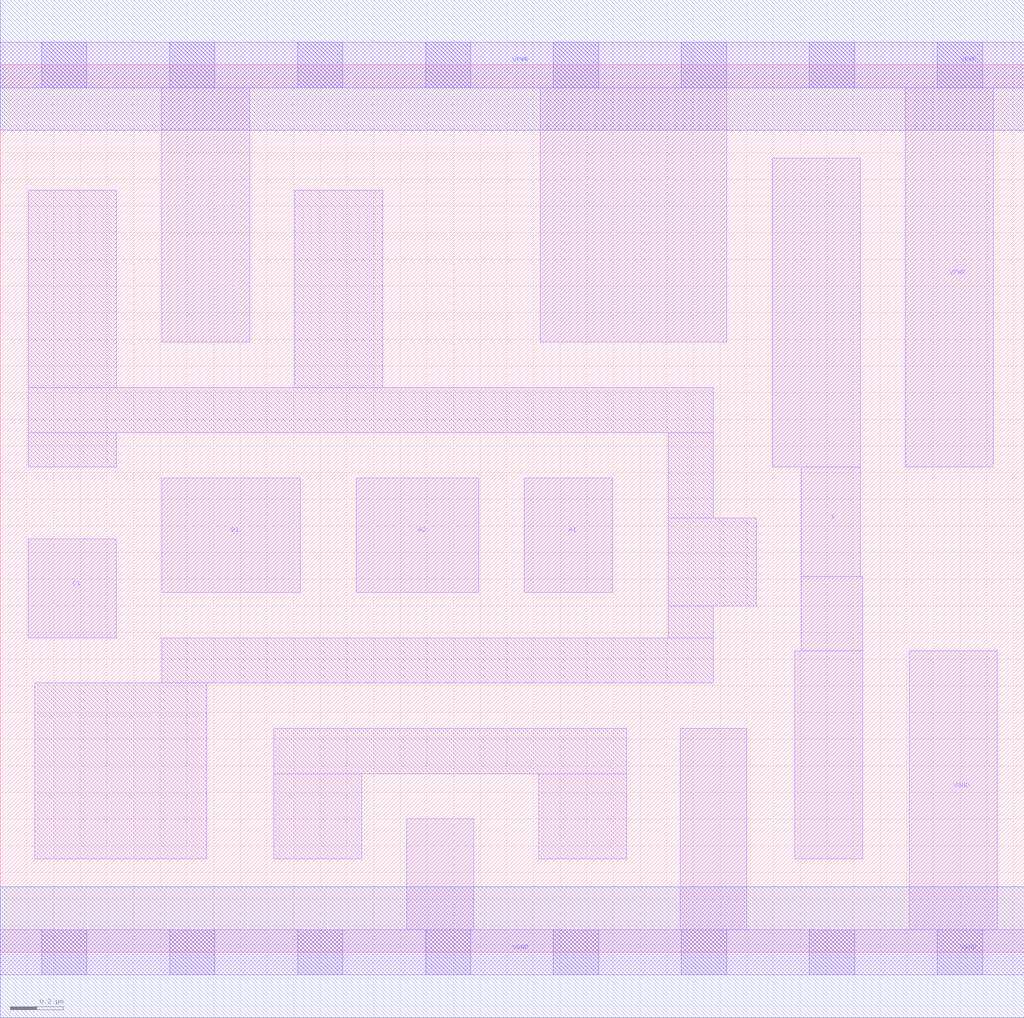
<source format=lef>
# Copyright 2020 The SkyWater PDK Authors
#
# Licensed under the Apache License, Version 2.0 (the "License");
# you may not use this file except in compliance with the License.
# You may obtain a copy of the License at
#
#     https://www.apache.org/licenses/LICENSE-2.0
#
# Unless required by applicable law or agreed to in writing, software
# distributed under the License is distributed on an "AS IS" BASIS,
# WITHOUT WARRANTIES OR CONDITIONS OF ANY KIND, either express or implied.
# See the License for the specific language governing permissions and
# limitations under the License.
#
# SPDX-License-Identifier: Apache-2.0

VERSION 5.7 ;
  NAMESCASESENSITIVE ON ;
  NOWIREEXTENSIONATPIN ON ;
  DIVIDERCHAR "/" ;
  BUSBITCHARS "[]" ;
UNITS
  DATABASE MICRONS 200 ;
END UNITS
MACRO sky130_fd_sc_ls__o211a_2
  CLASS CORE ;
  SOURCE USER ;
  FOREIGN sky130_fd_sc_ls__o211a_2 ;
  ORIGIN  0.000000  0.000000 ;
  SIZE  3.840000 BY  3.330000 ;
  SYMMETRY X Y ;
  SITE unit ;
  PIN A1
    ANTENNAGATEAREA  0.261000 ;
    DIRECTION INPUT ;
    USE SIGNAL ;
    PORT
      LAYER li1 ;
        RECT 1.965000 1.350000 2.295000 1.780000 ;
    END
  END A1
  PIN A2
    ANTENNAGATEAREA  0.261000 ;
    DIRECTION INPUT ;
    USE SIGNAL ;
    PORT
      LAYER li1 ;
        RECT 1.335000 1.350000 1.795000 1.780000 ;
    END
  END A2
  PIN B1
    ANTENNAGATEAREA  0.261000 ;
    DIRECTION INPUT ;
    USE SIGNAL ;
    PORT
      LAYER li1 ;
        RECT 0.605000 1.350000 1.125000 1.780000 ;
    END
  END B1
  PIN C1
    ANTENNAGATEAREA  0.261000 ;
    DIRECTION INPUT ;
    USE SIGNAL ;
    PORT
      LAYER li1 ;
        RECT 0.105000 1.180000 0.435000 1.550000 ;
    END
  END C1
  PIN X
    ANTENNADIFFAREA  0.543200 ;
    DIRECTION OUTPUT ;
    USE SIGNAL ;
    PORT
      LAYER li1 ;
        RECT 2.895000 1.820000 3.225000 2.980000 ;
        RECT 2.980000 0.350000 3.235000 1.130000 ;
        RECT 3.005000 1.130000 3.235000 1.410000 ;
        RECT 3.005000 1.410000 3.225000 1.820000 ;
    END
  END X
  PIN VGND
    DIRECTION INOUT ;
    SHAPE ABUTMENT ;
    USE GROUND ;
    PORT
      LAYER li1 ;
        RECT 0.000000 -0.085000 3.840000 0.085000 ;
        RECT 1.525000  0.085000 1.775000 0.500000 ;
        RECT 2.550000  0.085000 2.800000 0.840000 ;
        RECT 3.410000  0.085000 3.740000 1.130000 ;
      LAYER mcon ;
        RECT 0.155000 -0.085000 0.325000 0.085000 ;
        RECT 0.635000 -0.085000 0.805000 0.085000 ;
        RECT 1.115000 -0.085000 1.285000 0.085000 ;
        RECT 1.595000 -0.085000 1.765000 0.085000 ;
        RECT 2.075000 -0.085000 2.245000 0.085000 ;
        RECT 2.555000 -0.085000 2.725000 0.085000 ;
        RECT 3.035000 -0.085000 3.205000 0.085000 ;
        RECT 3.515000 -0.085000 3.685000 0.085000 ;
      LAYER met1 ;
        RECT 0.000000 -0.245000 3.840000 0.245000 ;
    END
  END VGND
  PIN VPWR
    DIRECTION INOUT ;
    SHAPE ABUTMENT ;
    USE POWER ;
    PORT
      LAYER li1 ;
        RECT 0.000000 3.245000 3.840000 3.415000 ;
        RECT 0.605000 2.290000 0.935000 3.245000 ;
        RECT 2.025000 2.290000 2.725000 3.245000 ;
        RECT 3.395000 1.820000 3.725000 3.245000 ;
      LAYER mcon ;
        RECT 0.155000 3.245000 0.325000 3.415000 ;
        RECT 0.635000 3.245000 0.805000 3.415000 ;
        RECT 1.115000 3.245000 1.285000 3.415000 ;
        RECT 1.595000 3.245000 1.765000 3.415000 ;
        RECT 2.075000 3.245000 2.245000 3.415000 ;
        RECT 2.555000 3.245000 2.725000 3.415000 ;
        RECT 3.035000 3.245000 3.205000 3.415000 ;
        RECT 3.515000 3.245000 3.685000 3.415000 ;
      LAYER met1 ;
        RECT 0.000000 3.085000 3.840000 3.575000 ;
    END
  END VPWR
  OBS
    LAYER li1 ;
      RECT 0.105000 1.820000 0.435000 1.950000 ;
      RECT 0.105000 1.950000 2.675000 2.120000 ;
      RECT 0.105000 2.120000 0.435000 2.860000 ;
      RECT 0.130000 0.350000 0.775000 1.010000 ;
      RECT 0.605000 1.010000 2.675000 1.180000 ;
      RECT 1.025000 0.350000 1.355000 0.670000 ;
      RECT 1.025000 0.670000 2.350000 0.840000 ;
      RECT 1.105000 2.120000 1.435000 2.860000 ;
      RECT 2.020000 0.350000 2.350000 0.670000 ;
      RECT 2.505000 1.180000 2.675000 1.300000 ;
      RECT 2.505000 1.300000 2.835000 1.630000 ;
      RECT 2.505000 1.630000 2.675000 1.950000 ;
  END
END sky130_fd_sc_ls__o211a_2

</source>
